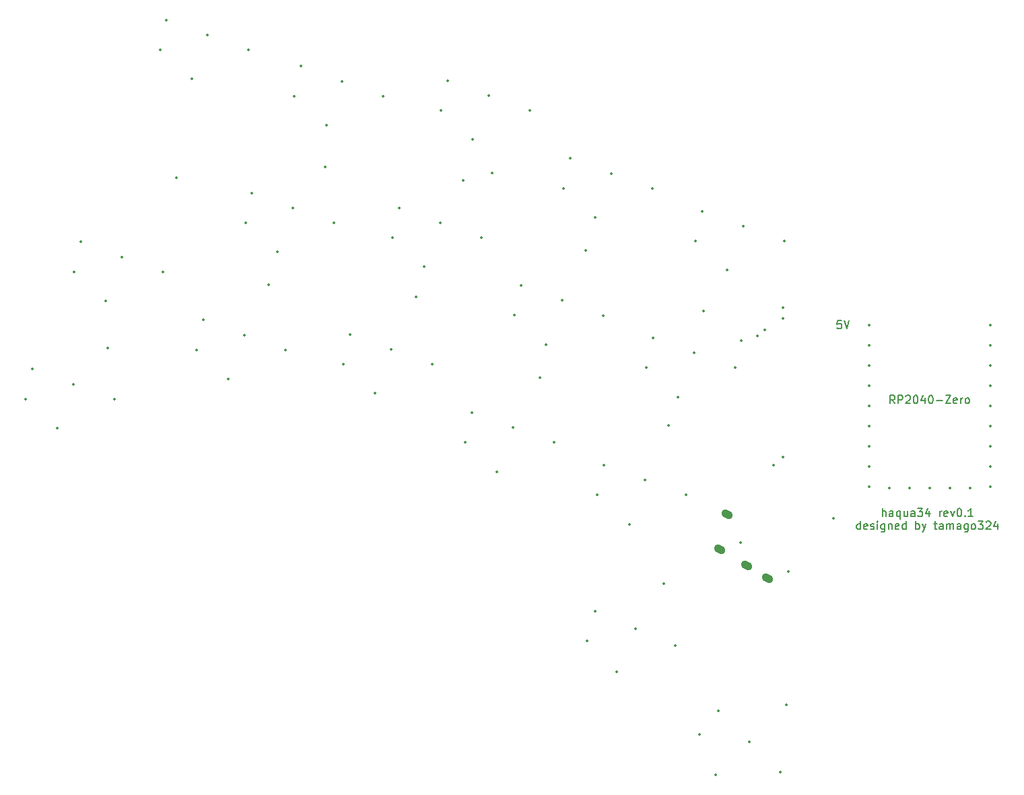
<source format=gto>
%TF.GenerationSoftware,KiCad,Pcbnew,(6.0.11)*%
%TF.CreationDate,2024-04-13T23:12:42+09:00*%
%TF.ProjectId,haqua34_left,68617175-6133-4345-9f6c-6566742e6b69,rev?*%
%TF.SameCoordinates,Original*%
%TF.FileFunction,Legend,Top*%
%TF.FilePolarity,Positive*%
%FSLAX46Y46*%
G04 Gerber Fmt 4.6, Leading zero omitted, Abs format (unit mm)*
G04 Created by KiCad (PCBNEW (6.0.11)) date 2024-04-13 23:12:42*
%MOMM*%
%LPD*%
G01*
G04 APERTURE LIST*
G04 Aperture macros list*
%AMHorizOval*
0 Thick line with rounded ends*
0 $1 width*
0 $2 $3 position (X,Y) of the first rounded end (center of the circle)*
0 $4 $5 position (X,Y) of the second rounded end (center of the circle)*
0 Add line between two ends*
20,1,$1,$2,$3,$4,$5,0*
0 Add two circle primitives to create the rounded ends*
1,1,$1,$2,$3*
1,1,$1,$4,$5*%
G04 Aperture macros list end*
%ADD10C,0.200000*%
%ADD11C,0.150000*%
%ADD12C,0.350000*%
%ADD13HorizOval,1.000000X-0.213160X0.130625X0.213160X-0.130625X0*%
G04 APERTURE END LIST*
D10*
X132333333Y-95747380D02*
X132333333Y-94747380D01*
X132761904Y-95747380D02*
X132761904Y-95223571D01*
X132714285Y-95128333D01*
X132619047Y-95080714D01*
X132476190Y-95080714D01*
X132380952Y-95128333D01*
X132333333Y-95175952D01*
X133666666Y-95747380D02*
X133666666Y-95223571D01*
X133619047Y-95128333D01*
X133523809Y-95080714D01*
X133333333Y-95080714D01*
X133238095Y-95128333D01*
X133666666Y-95699761D02*
X133571428Y-95747380D01*
X133333333Y-95747380D01*
X133238095Y-95699761D01*
X133190476Y-95604523D01*
X133190476Y-95509285D01*
X133238095Y-95414047D01*
X133333333Y-95366428D01*
X133571428Y-95366428D01*
X133666666Y-95318809D01*
X134571428Y-95080714D02*
X134571428Y-96080714D01*
X134571428Y-95699761D02*
X134476190Y-95747380D01*
X134285714Y-95747380D01*
X134190476Y-95699761D01*
X134142857Y-95652142D01*
X134095238Y-95556904D01*
X134095238Y-95271190D01*
X134142857Y-95175952D01*
X134190476Y-95128333D01*
X134285714Y-95080714D01*
X134476190Y-95080714D01*
X134571428Y-95128333D01*
X135476190Y-95080714D02*
X135476190Y-95747380D01*
X135047619Y-95080714D02*
X135047619Y-95604523D01*
X135095238Y-95699761D01*
X135190476Y-95747380D01*
X135333333Y-95747380D01*
X135428571Y-95699761D01*
X135476190Y-95652142D01*
X136380952Y-95747380D02*
X136380952Y-95223571D01*
X136333333Y-95128333D01*
X136238095Y-95080714D01*
X136047619Y-95080714D01*
X135952380Y-95128333D01*
X136380952Y-95699761D02*
X136285714Y-95747380D01*
X136047619Y-95747380D01*
X135952380Y-95699761D01*
X135904761Y-95604523D01*
X135904761Y-95509285D01*
X135952380Y-95414047D01*
X136047619Y-95366428D01*
X136285714Y-95366428D01*
X136380952Y-95318809D01*
X136761904Y-94747380D02*
X137380952Y-94747380D01*
X137047619Y-95128333D01*
X137190476Y-95128333D01*
X137285714Y-95175952D01*
X137333333Y-95223571D01*
X137380952Y-95318809D01*
X137380952Y-95556904D01*
X137333333Y-95652142D01*
X137285714Y-95699761D01*
X137190476Y-95747380D01*
X136904761Y-95747380D01*
X136809523Y-95699761D01*
X136761904Y-95652142D01*
X138238095Y-95080714D02*
X138238095Y-95747380D01*
X138000000Y-94699761D02*
X137761904Y-95414047D01*
X138380952Y-95414047D01*
X139523809Y-95747380D02*
X139523809Y-95080714D01*
X139523809Y-95271190D02*
X139571428Y-95175952D01*
X139619047Y-95128333D01*
X139714285Y-95080714D01*
X139809523Y-95080714D01*
X140523809Y-95699761D02*
X140428571Y-95747380D01*
X140238095Y-95747380D01*
X140142857Y-95699761D01*
X140095238Y-95604523D01*
X140095238Y-95223571D01*
X140142857Y-95128333D01*
X140238095Y-95080714D01*
X140428571Y-95080714D01*
X140523809Y-95128333D01*
X140571428Y-95223571D01*
X140571428Y-95318809D01*
X140095238Y-95414047D01*
X140904761Y-95080714D02*
X141142857Y-95747380D01*
X141380952Y-95080714D01*
X141952380Y-94747380D02*
X142047619Y-94747380D01*
X142142857Y-94795000D01*
X142190476Y-94842619D01*
X142238095Y-94937857D01*
X142285714Y-95128333D01*
X142285714Y-95366428D01*
X142238095Y-95556904D01*
X142190476Y-95652142D01*
X142142857Y-95699761D01*
X142047619Y-95747380D01*
X141952380Y-95747380D01*
X141857142Y-95699761D01*
X141809523Y-95652142D01*
X141761904Y-95556904D01*
X141714285Y-95366428D01*
X141714285Y-95128333D01*
X141761904Y-94937857D01*
X141809523Y-94842619D01*
X141857142Y-94795000D01*
X141952380Y-94747380D01*
X142714285Y-95652142D02*
X142761904Y-95699761D01*
X142714285Y-95747380D01*
X142666666Y-95699761D01*
X142714285Y-95652142D01*
X142714285Y-95747380D01*
X143714285Y-95747380D02*
X143142857Y-95747380D01*
X143428571Y-95747380D02*
X143428571Y-94747380D01*
X143333333Y-94890238D01*
X143238095Y-94985476D01*
X143142857Y-95033095D01*
X129571428Y-97357380D02*
X129571428Y-96357380D01*
X129571428Y-97309761D02*
X129476190Y-97357380D01*
X129285714Y-97357380D01*
X129190476Y-97309761D01*
X129142857Y-97262142D01*
X129095238Y-97166904D01*
X129095238Y-96881190D01*
X129142857Y-96785952D01*
X129190476Y-96738333D01*
X129285714Y-96690714D01*
X129476190Y-96690714D01*
X129571428Y-96738333D01*
X130428571Y-97309761D02*
X130333333Y-97357380D01*
X130142857Y-97357380D01*
X130047619Y-97309761D01*
X130000000Y-97214523D01*
X130000000Y-96833571D01*
X130047619Y-96738333D01*
X130142857Y-96690714D01*
X130333333Y-96690714D01*
X130428571Y-96738333D01*
X130476190Y-96833571D01*
X130476190Y-96928809D01*
X130000000Y-97024047D01*
X130857142Y-97309761D02*
X130952380Y-97357380D01*
X131142857Y-97357380D01*
X131238095Y-97309761D01*
X131285714Y-97214523D01*
X131285714Y-97166904D01*
X131238095Y-97071666D01*
X131142857Y-97024047D01*
X131000000Y-97024047D01*
X130904761Y-96976428D01*
X130857142Y-96881190D01*
X130857142Y-96833571D01*
X130904761Y-96738333D01*
X131000000Y-96690714D01*
X131142857Y-96690714D01*
X131238095Y-96738333D01*
X131714285Y-97357380D02*
X131714285Y-96690714D01*
X131714285Y-96357380D02*
X131666666Y-96405000D01*
X131714285Y-96452619D01*
X131761904Y-96405000D01*
X131714285Y-96357380D01*
X131714285Y-96452619D01*
X132619047Y-96690714D02*
X132619047Y-97500238D01*
X132571428Y-97595476D01*
X132523809Y-97643095D01*
X132428571Y-97690714D01*
X132285714Y-97690714D01*
X132190476Y-97643095D01*
X132619047Y-97309761D02*
X132523809Y-97357380D01*
X132333333Y-97357380D01*
X132238095Y-97309761D01*
X132190476Y-97262142D01*
X132142857Y-97166904D01*
X132142857Y-96881190D01*
X132190476Y-96785952D01*
X132238095Y-96738333D01*
X132333333Y-96690714D01*
X132523809Y-96690714D01*
X132619047Y-96738333D01*
X133095238Y-96690714D02*
X133095238Y-97357380D01*
X133095238Y-96785952D02*
X133142857Y-96738333D01*
X133238095Y-96690714D01*
X133380952Y-96690714D01*
X133476190Y-96738333D01*
X133523809Y-96833571D01*
X133523809Y-97357380D01*
X134380952Y-97309761D02*
X134285714Y-97357380D01*
X134095238Y-97357380D01*
X134000000Y-97309761D01*
X133952380Y-97214523D01*
X133952380Y-96833571D01*
X134000000Y-96738333D01*
X134095238Y-96690714D01*
X134285714Y-96690714D01*
X134380952Y-96738333D01*
X134428571Y-96833571D01*
X134428571Y-96928809D01*
X133952380Y-97024047D01*
X135285714Y-97357380D02*
X135285714Y-96357380D01*
X135285714Y-97309761D02*
X135190476Y-97357380D01*
X135000000Y-97357380D01*
X134904761Y-97309761D01*
X134857142Y-97262142D01*
X134809523Y-97166904D01*
X134809523Y-96881190D01*
X134857142Y-96785952D01*
X134904761Y-96738333D01*
X135000000Y-96690714D01*
X135190476Y-96690714D01*
X135285714Y-96738333D01*
X136523809Y-97357380D02*
X136523809Y-96357380D01*
X136523809Y-96738333D02*
X136619047Y-96690714D01*
X136809523Y-96690714D01*
X136904761Y-96738333D01*
X136952380Y-96785952D01*
X137000000Y-96881190D01*
X137000000Y-97166904D01*
X136952380Y-97262142D01*
X136904761Y-97309761D01*
X136809523Y-97357380D01*
X136619047Y-97357380D01*
X136523809Y-97309761D01*
X137333333Y-96690714D02*
X137571428Y-97357380D01*
X137809523Y-96690714D02*
X137571428Y-97357380D01*
X137476190Y-97595476D01*
X137428571Y-97643095D01*
X137333333Y-97690714D01*
X138809523Y-96690714D02*
X139190476Y-96690714D01*
X138952380Y-96357380D02*
X138952380Y-97214523D01*
X139000000Y-97309761D01*
X139095238Y-97357380D01*
X139190476Y-97357380D01*
X139952380Y-97357380D02*
X139952380Y-96833571D01*
X139904761Y-96738333D01*
X139809523Y-96690714D01*
X139619047Y-96690714D01*
X139523809Y-96738333D01*
X139952380Y-97309761D02*
X139857142Y-97357380D01*
X139619047Y-97357380D01*
X139523809Y-97309761D01*
X139476190Y-97214523D01*
X139476190Y-97119285D01*
X139523809Y-97024047D01*
X139619047Y-96976428D01*
X139857142Y-96976428D01*
X139952380Y-96928809D01*
X140428571Y-97357380D02*
X140428571Y-96690714D01*
X140428571Y-96785952D02*
X140476190Y-96738333D01*
X140571428Y-96690714D01*
X140714285Y-96690714D01*
X140809523Y-96738333D01*
X140857142Y-96833571D01*
X140857142Y-97357380D01*
X140857142Y-96833571D02*
X140904761Y-96738333D01*
X141000000Y-96690714D01*
X141142857Y-96690714D01*
X141238095Y-96738333D01*
X141285714Y-96833571D01*
X141285714Y-97357380D01*
X142190476Y-97357380D02*
X142190476Y-96833571D01*
X142142857Y-96738333D01*
X142047619Y-96690714D01*
X141857142Y-96690714D01*
X141761904Y-96738333D01*
X142190476Y-97309761D02*
X142095238Y-97357380D01*
X141857142Y-97357380D01*
X141761904Y-97309761D01*
X141714285Y-97214523D01*
X141714285Y-97119285D01*
X141761904Y-97024047D01*
X141857142Y-96976428D01*
X142095238Y-96976428D01*
X142190476Y-96928809D01*
X143095238Y-96690714D02*
X143095238Y-97500238D01*
X143047619Y-97595476D01*
X143000000Y-97643095D01*
X142904761Y-97690714D01*
X142761904Y-97690714D01*
X142666666Y-97643095D01*
X143095238Y-97309761D02*
X143000000Y-97357380D01*
X142809523Y-97357380D01*
X142714285Y-97309761D01*
X142666666Y-97262142D01*
X142619047Y-97166904D01*
X142619047Y-96881190D01*
X142666666Y-96785952D01*
X142714285Y-96738333D01*
X142809523Y-96690714D01*
X143000000Y-96690714D01*
X143095238Y-96738333D01*
X143714285Y-97357380D02*
X143619047Y-97309761D01*
X143571428Y-97262142D01*
X143523809Y-97166904D01*
X143523809Y-96881190D01*
X143571428Y-96785952D01*
X143619047Y-96738333D01*
X143714285Y-96690714D01*
X143857142Y-96690714D01*
X143952380Y-96738333D01*
X144000000Y-96785952D01*
X144047619Y-96881190D01*
X144047619Y-97166904D01*
X144000000Y-97262142D01*
X143952380Y-97309761D01*
X143857142Y-97357380D01*
X143714285Y-97357380D01*
X144380952Y-96357380D02*
X145000000Y-96357380D01*
X144666666Y-96738333D01*
X144809523Y-96738333D01*
X144904761Y-96785952D01*
X144952380Y-96833571D01*
X145000000Y-96928809D01*
X145000000Y-97166904D01*
X144952380Y-97262142D01*
X144904761Y-97309761D01*
X144809523Y-97357380D01*
X144523809Y-97357380D01*
X144428571Y-97309761D01*
X144380952Y-97262142D01*
X145380952Y-96452619D02*
X145428571Y-96405000D01*
X145523809Y-96357380D01*
X145761904Y-96357380D01*
X145857142Y-96405000D01*
X145904761Y-96452619D01*
X145952380Y-96547857D01*
X145952380Y-96643095D01*
X145904761Y-96785952D01*
X145333333Y-97357380D01*
X145952380Y-97357380D01*
X146809523Y-96690714D02*
X146809523Y-97357380D01*
X146571428Y-96309761D02*
X146333333Y-97024047D01*
X146952380Y-97024047D01*
D11*
%TO.C,RZ1*%
X133898047Y-81527380D02*
X133564714Y-81051190D01*
X133326619Y-81527380D02*
X133326619Y-80527380D01*
X133707571Y-80527380D01*
X133802809Y-80575000D01*
X133850428Y-80622619D01*
X133898047Y-80717857D01*
X133898047Y-80860714D01*
X133850428Y-80955952D01*
X133802809Y-81003571D01*
X133707571Y-81051190D01*
X133326619Y-81051190D01*
X134326619Y-81527380D02*
X134326619Y-80527380D01*
X134707571Y-80527380D01*
X134802809Y-80575000D01*
X134850428Y-80622619D01*
X134898047Y-80717857D01*
X134898047Y-80860714D01*
X134850428Y-80955952D01*
X134802809Y-81003571D01*
X134707571Y-81051190D01*
X134326619Y-81051190D01*
X135279000Y-80622619D02*
X135326619Y-80575000D01*
X135421857Y-80527380D01*
X135659952Y-80527380D01*
X135755190Y-80575000D01*
X135802809Y-80622619D01*
X135850428Y-80717857D01*
X135850428Y-80813095D01*
X135802809Y-80955952D01*
X135231380Y-81527380D01*
X135850428Y-81527380D01*
X136469476Y-80527380D02*
X136564714Y-80527380D01*
X136659952Y-80575000D01*
X136707571Y-80622619D01*
X136755190Y-80717857D01*
X136802809Y-80908333D01*
X136802809Y-81146428D01*
X136755190Y-81336904D01*
X136707571Y-81432142D01*
X136659952Y-81479761D01*
X136564714Y-81527380D01*
X136469476Y-81527380D01*
X136374238Y-81479761D01*
X136326619Y-81432142D01*
X136279000Y-81336904D01*
X136231380Y-81146428D01*
X136231380Y-80908333D01*
X136279000Y-80717857D01*
X136326619Y-80622619D01*
X136374238Y-80575000D01*
X136469476Y-80527380D01*
X137659952Y-80860714D02*
X137659952Y-81527380D01*
X137421857Y-80479761D02*
X137183761Y-81194047D01*
X137802809Y-81194047D01*
X138374238Y-80527380D02*
X138469476Y-80527380D01*
X138564714Y-80575000D01*
X138612333Y-80622619D01*
X138659952Y-80717857D01*
X138707571Y-80908333D01*
X138707571Y-81146428D01*
X138659952Y-81336904D01*
X138612333Y-81432142D01*
X138564714Y-81479761D01*
X138469476Y-81527380D01*
X138374238Y-81527380D01*
X138279000Y-81479761D01*
X138231380Y-81432142D01*
X138183761Y-81336904D01*
X138136142Y-81146428D01*
X138136142Y-80908333D01*
X138183761Y-80717857D01*
X138231380Y-80622619D01*
X138279000Y-80575000D01*
X138374238Y-80527380D01*
X139136142Y-81146428D02*
X139898047Y-81146428D01*
X140279000Y-80527380D02*
X140945666Y-80527380D01*
X140279000Y-81527380D01*
X140945666Y-81527380D01*
X141707571Y-81479761D02*
X141612333Y-81527380D01*
X141421857Y-81527380D01*
X141326619Y-81479761D01*
X141279000Y-81384523D01*
X141279000Y-81003571D01*
X141326619Y-80908333D01*
X141421857Y-80860714D01*
X141612333Y-80860714D01*
X141707571Y-80908333D01*
X141755190Y-81003571D01*
X141755190Y-81098809D01*
X141279000Y-81194047D01*
X142183761Y-81527380D02*
X142183761Y-80860714D01*
X142183761Y-81051190D02*
X142231380Y-80955952D01*
X142279000Y-80908333D01*
X142374238Y-80860714D01*
X142469476Y-80860714D01*
X142945666Y-81527380D02*
X142850428Y-81479761D01*
X142802809Y-81432142D01*
X142755190Y-81336904D01*
X142755190Y-81051190D01*
X142802809Y-80955952D01*
X142850428Y-80908333D01*
X142945666Y-80860714D01*
X143088523Y-80860714D01*
X143183761Y-80908333D01*
X143231380Y-80955952D01*
X143279000Y-81051190D01*
X143279000Y-81336904D01*
X143231380Y-81432142D01*
X143183761Y-81479761D01*
X143088523Y-81527380D01*
X142945666Y-81527380D01*
X127166523Y-71117380D02*
X126690333Y-71117380D01*
X126642714Y-71593571D01*
X126690333Y-71545952D01*
X126785571Y-71498333D01*
X127023666Y-71498333D01*
X127118904Y-71545952D01*
X127166523Y-71593571D01*
X127214142Y-71688809D01*
X127214142Y-71926904D01*
X127166523Y-72022142D01*
X127118904Y-72069761D01*
X127023666Y-72117380D01*
X126785571Y-72117380D01*
X126690333Y-72069761D01*
X126642714Y-72022142D01*
X127499857Y-71117380D02*
X127833190Y-72117380D01*
X128166523Y-71117380D01*
%TD*%
D12*
X62287500Y-51787500D03*
X109825000Y-69900000D03*
X95000000Y-62275000D03*
X79650000Y-53500000D03*
X114606581Y-73600000D03*
X43550000Y-53125000D03*
X55175000Y-66600000D03*
X34882581Y-74550000D03*
X89250000Y-78275000D03*
X119825000Y-88300000D03*
X105400000Y-84275000D03*
X73725000Y-68125000D03*
X120250000Y-119450000D03*
X118625000Y-89275000D03*
X104850000Y-104175000D03*
X126218885Y-96018885D03*
X83275000Y-52575000D03*
X116650000Y-72999500D03*
X117525000Y-72275000D03*
X119825000Y-70875000D03*
X119800000Y-69500000D03*
X114502559Y-99008762D03*
X120471040Y-102666252D03*
D13*
X112786093Y-95493973D03*
X117839040Y-103516299D03*
X115281120Y-101948803D03*
X111870559Y-99858809D03*
D12*
X92201860Y-54460731D03*
X96182081Y-58144186D03*
X98200000Y-52600000D03*
X103368309Y-54481111D03*
X93031691Y-50718889D03*
X96501860Y-93035731D03*
X100482081Y-96719186D03*
X107668309Y-93056111D03*
X97331691Y-89293889D03*
X102500000Y-91175000D03*
X76851860Y-44660731D03*
X80832081Y-48344186D03*
X88018309Y-44681111D03*
X77681691Y-40918889D03*
X82850000Y-42800000D03*
X95162697Y-111394263D03*
X98944686Y-115280979D03*
X101250000Y-109850000D03*
X96187223Y-107700979D03*
X106312777Y-111999021D03*
X70701860Y-60660731D03*
X74682081Y-64344186D03*
X81868309Y-60681111D03*
X76700000Y-58800000D03*
X71531691Y-56918889D03*
X102676860Y-77035731D03*
X106657081Y-80719186D03*
X103506691Y-73293889D03*
X108675000Y-75175000D03*
X113843309Y-77056111D03*
X108826860Y-61085731D03*
X112807081Y-64769186D03*
X109656691Y-57343889D03*
X114825000Y-59225000D03*
X119993309Y-61106111D03*
X86076860Y-70435731D03*
X90057081Y-74119186D03*
X86906691Y-66693889D03*
X97243309Y-70456111D03*
X92075000Y-68575000D03*
X52226860Y-58810731D03*
X56207081Y-62494186D03*
X58225000Y-56950000D03*
X63393309Y-58831111D03*
X53056691Y-55068889D03*
X46076860Y-74785731D03*
X50057081Y-78469186D03*
X46906691Y-71043889D03*
X57243309Y-74806111D03*
X52075000Y-72925000D03*
X64526860Y-76585731D03*
X68507081Y-80269186D03*
X75693309Y-76606111D03*
X65356691Y-72843889D03*
X70525000Y-74725000D03*
X130659000Y-71665000D03*
X130659000Y-74205000D03*
X130659000Y-76745000D03*
X130659000Y-79285000D03*
X130659000Y-81825000D03*
X130659000Y-84365000D03*
X130659000Y-86905000D03*
X130659000Y-89445000D03*
X130659000Y-91985000D03*
X133199000Y-92195000D03*
X135739000Y-92195000D03*
X138279000Y-92195000D03*
X140819000Y-92195000D03*
X143359000Y-92195000D03*
X145899000Y-91985000D03*
X145899000Y-89445000D03*
X145899000Y-86905000D03*
X145899000Y-84365000D03*
X145899000Y-81825000D03*
X145899000Y-79285000D03*
X145899000Y-76745000D03*
X145899000Y-74205000D03*
X145899000Y-71665000D03*
X109352460Y-123201472D03*
X111403070Y-128221930D03*
X119464087Y-127939087D03*
X115575000Y-124050000D03*
X111685913Y-120160913D03*
X58401860Y-42860731D03*
X62382081Y-46544186D03*
X69568309Y-42881111D03*
X59231691Y-39118889D03*
X64400000Y-41000000D03*
X41475017Y-37035731D03*
X45455238Y-40719186D03*
X47473157Y-35175000D03*
X42304848Y-33293889D03*
X52641466Y-37056111D03*
X79901860Y-86435731D03*
X83882081Y-90119186D03*
X80731691Y-82693889D03*
X85900000Y-84575000D03*
X91068309Y-86456111D03*
X30701860Y-64960731D03*
X34682081Y-68644186D03*
X41868309Y-64981111D03*
X36700000Y-63100000D03*
X31531691Y-61218889D03*
X24601860Y-80960731D03*
X28582081Y-84644186D03*
X30600000Y-79100000D03*
X35768309Y-80981111D03*
X25431691Y-77218889D03*
M02*

</source>
